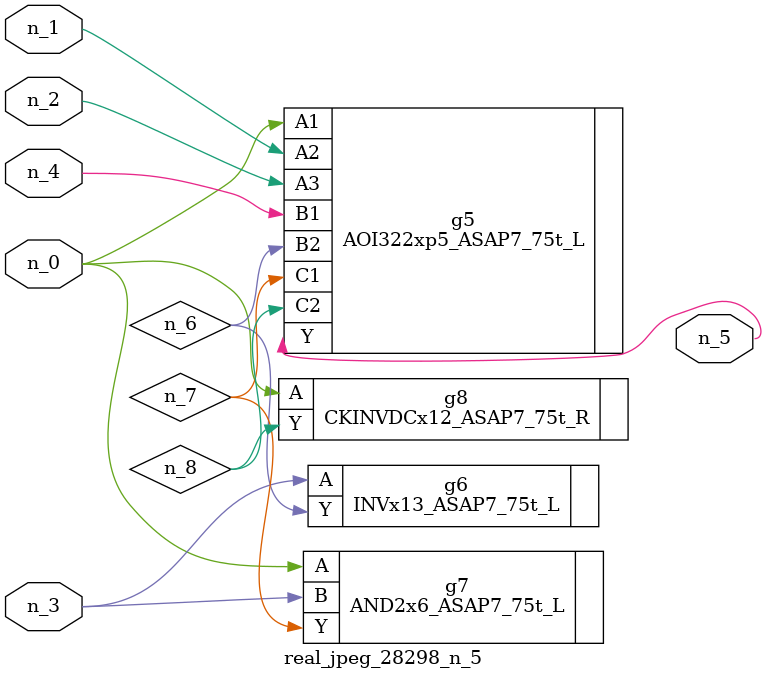
<source format=v>
module real_jpeg_28298_n_5 (n_4, n_0, n_1, n_2, n_3, n_5);

input n_4;
input n_0;
input n_1;
input n_2;
input n_3;

output n_5;

wire n_8;
wire n_6;
wire n_7;

AOI322xp5_ASAP7_75t_L g5 ( 
.A1(n_0),
.A2(n_1),
.A3(n_2),
.B1(n_4),
.B2(n_6),
.C1(n_7),
.C2(n_8),
.Y(n_5)
);

AND2x6_ASAP7_75t_L g7 ( 
.A(n_0),
.B(n_3),
.Y(n_7)
);

CKINVDCx12_ASAP7_75t_R g8 ( 
.A(n_0),
.Y(n_8)
);

INVx13_ASAP7_75t_L g6 ( 
.A(n_3),
.Y(n_6)
);


endmodule
</source>
